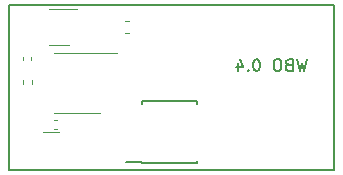
<source format=gbo>
G04 #@! TF.GenerationSoftware,KiCad,Pcbnew,(6.0.8)*
G04 #@! TF.CreationDate,2022-12-07T18:22:32+03:00*
G04 #@! TF.ProjectId,hellen1-wbo,68656c6c-656e-4312-9d77-626f2e6b6963,0.3*
G04 #@! TF.SameCoordinates,PX4a19ba0PY5aa5910*
G04 #@! TF.FileFunction,Legend,Bot*
G04 #@! TF.FilePolarity,Positive*
%FSLAX46Y46*%
G04 Gerber Fmt 4.6, Leading zero omitted, Abs format (unit mm)*
G04 Created by KiCad (PCBNEW (6.0.8)) date 2022-12-07 18:22:32*
%MOMM*%
%LPD*%
G01*
G04 APERTURE LIST*
%ADD10C,0.150000*%
%ADD11C,0.200000*%
%ADD12C,0.120000*%
G04 APERTURE END LIST*
D10*
X25323809Y9447620D02*
X25085714Y8447620D01*
X24895238Y9161905D01*
X24704761Y8447620D01*
X24466666Y9447620D01*
X23752380Y8971429D02*
X23609523Y8923810D01*
X23561904Y8876191D01*
X23514285Y8780953D01*
X23514285Y8638096D01*
X23561904Y8542858D01*
X23609523Y8495239D01*
X23704761Y8447620D01*
X24085714Y8447620D01*
X24085714Y9447620D01*
X23752380Y9447620D01*
X23657142Y9400000D01*
X23609523Y9352381D01*
X23561904Y9257143D01*
X23561904Y9161905D01*
X23609523Y9066667D01*
X23657142Y9019048D01*
X23752380Y8971429D01*
X24085714Y8971429D01*
X22895238Y9447620D02*
X22704761Y9447620D01*
X22609523Y9400000D01*
X22514285Y9304762D01*
X22466666Y9114286D01*
X22466666Y8780953D01*
X22514285Y8590477D01*
X22609523Y8495239D01*
X22704761Y8447620D01*
X22895238Y8447620D01*
X22990476Y8495239D01*
X23085714Y8590477D01*
X23133333Y8780953D01*
X23133333Y9114286D01*
X23085714Y9304762D01*
X22990476Y9400000D01*
X22895238Y9447620D01*
X21085714Y9447620D02*
X20990476Y9447620D01*
X20895238Y9400000D01*
X20847619Y9352381D01*
X20800000Y9257143D01*
X20752380Y9066667D01*
X20752380Y8828572D01*
X20800000Y8638096D01*
X20847619Y8542858D01*
X20895238Y8495239D01*
X20990476Y8447620D01*
X21085714Y8447620D01*
X21180952Y8495239D01*
X21228571Y8542858D01*
X21276190Y8638096D01*
X21323809Y8828572D01*
X21323809Y9066667D01*
X21276190Y9257143D01*
X21228571Y9352381D01*
X21180952Y9400000D01*
X21085714Y9447620D01*
X20323809Y8542858D02*
X20276190Y8495239D01*
X20323809Y8447620D01*
X20371428Y8495239D01*
X20323809Y8542858D01*
X20323809Y8447620D01*
X19419047Y9114286D02*
X19419047Y8447620D01*
X19657142Y9495239D02*
X19895238Y8780953D01*
X19276190Y8780953D01*
D11*
G04 #@! TO.C,M600*
X27600000Y14000000D02*
X100000Y14000000D01*
X100000Y14000000D02*
X100000Y100000D01*
X100000Y100000D02*
X27600000Y100000D01*
X27600000Y100000D02*
X27600000Y14000000D01*
D12*
G04 #@! TO.C,R609*
X10187779Y11640000D02*
X9862221Y11640000D01*
X10187779Y12660000D02*
X9862221Y12660000D01*
D10*
G04 #@! TO.C,U600*
X11325000Y5875000D02*
X11325000Y5650000D01*
X11325000Y625000D02*
X15975000Y625000D01*
X15975000Y5875000D02*
X15975000Y5650000D01*
X15975000Y625000D02*
X15975000Y850000D01*
X11325000Y5875000D02*
X15975000Y5875000D01*
X11325000Y625000D02*
X11325000Y750000D01*
X11325000Y750000D02*
X9975000Y750000D01*
D12*
G04 #@! TO.C,U601*
X5180000Y10615000D02*
X3420000Y10615000D01*
X3420000Y13685000D02*
X5850000Y13685000D01*
G04 #@! TO.C,C618*
X3917100Y3565000D02*
X4132772Y3565000D01*
X3917100Y4285000D02*
X4132772Y4285000D01*
G04 #@! TO.C,R629*
X1230000Y7360011D02*
X1230000Y7667293D01*
X1990000Y7360011D02*
X1990000Y7667293D01*
G04 #@! TO.C,D604*
X3625000Y3310000D02*
X4275000Y3310000D01*
X3625000Y190000D02*
X1950000Y190000D01*
X3625000Y190000D02*
X4275000Y190000D01*
X3625000Y3310000D02*
X2975000Y3310000D01*
G04 #@! TO.C,C617*
X1240000Y9632464D02*
X1240000Y9416792D01*
X1960000Y9632464D02*
X1960000Y9416792D01*
G04 #@! TO.C,U605*
X5800000Y10009628D02*
X3850000Y10009628D01*
X5800000Y10009628D02*
X9250000Y10009628D01*
X5800000Y4889628D02*
X7750000Y4889628D01*
X5800000Y4889628D02*
X3850000Y4889628D01*
G04 #@! TD*
M02*

</source>
